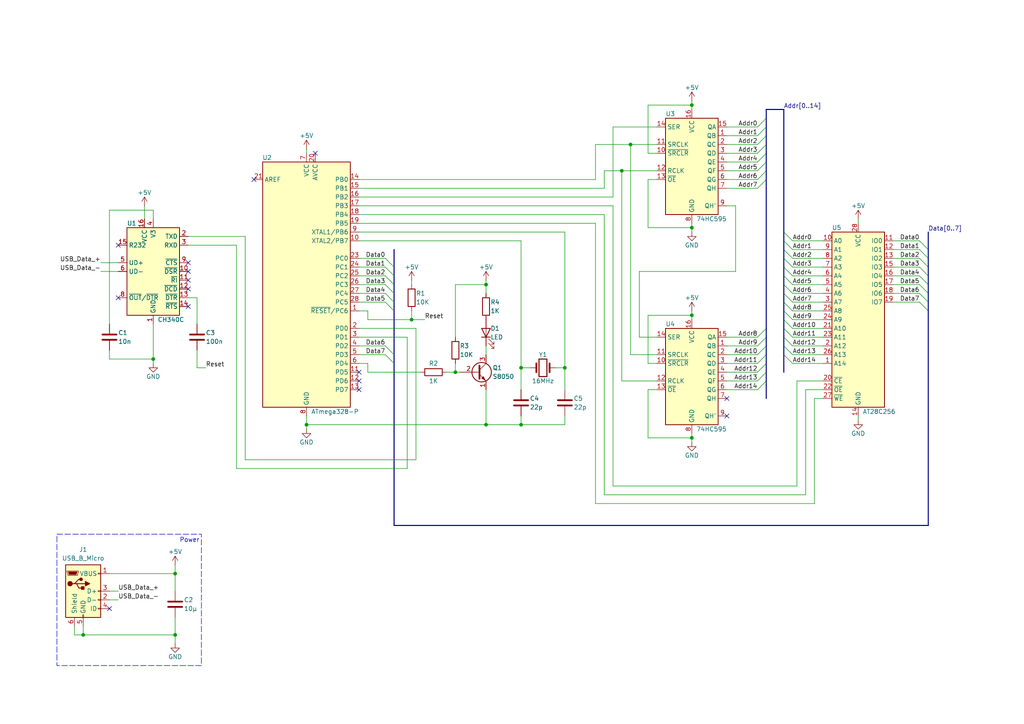
<source format=kicad_sch>
(kicad_sch (version 20231120) (generator "eeschema") (generator_version "8.0")
  (paper "A4")
  (title_block (title "AT28C_Programmer") (date "2024-03-10") (rev "1") (comment 1 "Creator: Matan Brightbert"))
  (lib_symbols
    (symbol "74xx:74HC595"
      (property "Reference" "U" (at -7.62 13.97 0))
      (property "Value" "74HC595" (at -7.62 -16.51 0))
      (symbol "74HC595_1_0"
        (pin tri_state line (at 10.16 7.62 180) (length 2.54) (name "QB") (number "1"))
        (pin input line (at -10.16 2.54 0) (length 2.54) (name "~{SRCLR}") (number "10"))
        (pin input line (at -10.16 5.08 0) (length 2.54) (name "SRCLK") (number "11"))
        (pin input line (at -10.16 -2.54 0) (length 2.54) (name "RCLK") (number "12"))
        (pin input line (at -10.16 -5.08 0) (length 2.54) (name "~{OE}") (number "13"))
        (pin input line (at -10.16 10.16 0) (length 2.54) (name "SER") (number "14"))
        (pin tri_state line (at 10.16 10.16 180) (length 2.54) (name "QA") (number "15"))
        (pin power_in line (at 0 15.24 270) (length 2.54) (name "VCC") (number "16"))
        (pin tri_state line (at 10.16 5.08 180) (length 2.54) (name "QC") (number "2"))
        (pin tri_state line (at 10.16 2.54 180) (length 2.54) (name "QD") (number "3"))
        (pin tri_state line (at 10.16 0 180) (length 2.54) (name "QE") (number "4"))
        (pin tri_state line (at 10.16 -2.54 180) (length 2.54) (name "QF") (number "5"))
        (pin tri_state line (at 10.16 -5.08 180) (length 2.54) (name "QG") (number "6"))
        (pin tri_state line (at 10.16 -7.62 180) (length 2.54) (name "QH") (number "7"))
        (pin power_in line (at 0 -17.78 90) (length 2.54) (name "GND") (number "8"))
        (pin output line (at 10.16 -12.7 180) (length 2.54) (name "QH'") (number "9"))
      )
      (symbol "74HC595_1_1"
        (rectangle (start -7.62 12.7) (end 7.62 -15.24) (stroke (width 0.254)) (fill (type background)))
      )
    )
    (symbol "Connector:USB_B_Micro" (pin_names (offset 1.016))
      (property "Reference" "J" (at -5.08 11.43 0))
      (property "Value" "USB_B_Micro" (at -5.08 8.89 0))
      (symbol "USB_B_Micro_0_1"
        (rectangle (start -5.08 -7.62) (end 5.08 7.62) (stroke (width 0.254)) (fill (type background)))
        (circle (center -3.81 2.159) (radius 0.635) (stroke (width 0.254)) (fill (type outline)))
        (circle (center -0.635 3.429) (radius 0.381) (stroke (width 0.254)) (fill (type outline)))
        (rectangle (start -0.127 -7.62) (end 0.127 -6.858))
        (polyline (pts (xy -1.905 2.159) (xy 0.635 2.159)) (stroke (width 0.254)))
        (polyline (pts (xy -3.175 2.159) (xy -2.54 2.159) (xy -1.27 3.429) (xy -0.635 3.429)) (stroke (width 0.254)))
        (polyline (pts (xy -2.54 2.159) (xy -1.905 2.159) (xy -1.27 0.889) (xy 0 0.889)) (stroke (width 0.254)))
        (polyline (pts (xy 0.635 2.794) (xy 0.635 1.524) (xy 1.905 2.159) (xy 0.635 2.794)) (stroke (width 0.254)) (fill (type outline)))
        (polyline (pts (xy -4.318 5.588) (xy -1.778 5.588) (xy -2.032 4.826) (xy -4.064 4.826) (xy -4.318 5.588)) (fill (type outline)))
        (polyline (pts (xy -4.699 5.842) (xy -4.699 5.588) (xy -4.445 4.826) (xy -4.445 4.572) (xy -1.651 4.572) (xy -1.651 4.826) (xy -1.397 5.588) (xy -1.397 5.842) (xy -4.699 5.842)))
        (rectangle (start 0.254 1.27) (end -0.508 0.508) (stroke (width 0.254)) (fill (type outline)))
        (rectangle (start 5.08 -5.207) (end 4.318 -4.953))
        (rectangle (start 5.08 -2.667) (end 4.318 -2.413))
        (rectangle (start 5.08 -0.127) (end 4.318 0.127))
        (rectangle (start 5.08 4.953) (end 4.318 5.207))
      )
      (symbol "USB_B_Micro_1_1"
        (pin power_out line (at 7.62 5.08 180) (length 2.54) (name "VBUS") (number "1"))
        (pin bidirectional line (at 7.62 -2.54 180) (length 2.54) (name "D-") (number "2"))
        (pin bidirectional line (at 7.62 0 180) (length 2.54) (name "D+") (number "3"))
        (pin passive line (at 7.62 -5.08 180) (length 2.54) (name "ID") (number "4"))
        (pin power_out line (at 0 -10.16 90) (length 2.54) (name "GND") (number "5"))
        (pin passive line (at -2.54 -10.16 90) (length 2.54) (name "Shield") (number "6"))
      )
    )
    (symbol "Custom:AT28C256"
      (property "Reference" "U" (at -7.62 26.67 0))
      (property "Value" "AT28C256" (at 1.27 -26.67 0))
      (symbol "AT28C256_0_1"
        (rectangle (start -7.62 25.4) (end 7.62 -25.4) (stroke (width 0.254)) (fill (type background)))
      )
      (symbol "AT28C256_1_1"
        (pin input line (at -10.16 -12.7 0) (length 2.54) (name "A14") (number "1"))
        (pin input line (at -10.16 22.86 0) (length 2.54) (name "A0") (number "10"))
        (pin bidirectional line (at 10.16 22.86 180) (length 2.54) (name "IO0") (number "11"))
        (pin bidirectional line (at 10.16 20.32 180) (length 2.54) (name "IO1") (number "12"))
        (pin bidirectional line (at 10.16 17.78 180) (length 2.54) (name "IO2") (number "13"))
        (pin power_in line (at 0 -27.94 90) (length 2.54) (name "GND") (number "14"))
        (pin bidirectional line (at 10.16 15.24 180) (length 2.54) (name "IO3") (number "15"))
        (pin bidirectional line (at 10.16 12.7 180) (length 2.54) (name "IO4") (number "16"))
        (pin bidirectional line (at 10.16 10.16 180) (length 2.54) (name "IO5") (number "17"))
        (pin bidirectional line (at 10.16 7.62 180) (length 2.54) (name "IO6") (number "18"))
        (pin bidirectional line (at 10.16 5.08 180) (length 2.54) (name "IO7") (number "19"))
        (pin input line (at -10.16 -7.62 0) (length 2.54) (name "A12") (number "2"))
        (pin input line (at -10.16 -17.78 0) (length 2.54) (name "~{CE}") (number "20"))
        (pin input line (at -10.16 -2.54 0) (length 2.54) (name "A10") (number "21"))
        (pin input line (at -10.16 -20.32 0) (length 2.54) (name "~{OE}") (number "22"))
        (pin input line (at -10.16 -5.08 0) (length 2.54) (name "A11") (number "23"))
        (pin input line (at -10.16 0 0) (length 2.54) (name "A9") (number "24"))
        (pin input line (at -10.16 2.54 0) (length 2.54) (name "A8") (number "25"))
        (pin input line (at -10.16 -10.16 0) (length 2.54) (name "A13") (number "26"))
        (pin input line (at -10.16 -22.86 0) (length 2.54) (name "~{WE}") (number "27"))
        (pin power_in line (at 0 27.94 270) (length 2.54) (name "VCC") (number "28"))
        (pin input line (at -10.16 5.08 0) (length 2.54) (name "A7") (number "3"))
        (pin input line (at -10.16 7.62 0) (length 2.54) (name "A6") (number "4"))
        (pin input line (at -10.16 10.16 0) (length 2.54) (name "A5") (number "5"))
        (pin input line (at -10.16 12.7 0) (length 2.54) (name "A4") (number "6"))
        (pin input line (at -10.16 15.24 0) (length 2.54) (name "A3") (number "7"))
        (pin input line (at -10.16 17.78 0) (length 2.54) (name "A2") (number "8"))
        (pin input line (at -10.16 20.32 0) (length 2.54) (name "A1") (number "9"))
      )
    )
    (symbol "Device:C" (pin_numbers hide) (pin_names (offset 0.254))
      (property "Reference" "C" (at 0.635 2.54 0))
      (property "Value" "C" (at 0.635 -2.54 0))
      (symbol "C_0_1"
        (polyline (pts (xy -2.032 -0.762) (xy 2.032 -0.762)) (stroke (width 0.508)))
        (polyline (pts (xy -2.032 0.762) (xy 2.032 0.762)) (stroke (width 0.508)))
      )
      (symbol "C_1_1"
        (pin passive line (at 0 3.81 270) (length 2.794) (name "~") (number "1"))
        (pin passive line (at 0 -3.81 90) (length 2.794) (name "~") (number "2"))
      )
    )
    (symbol "Device:Crystal" (pin_numbers hide) (pin_names (offset 1.016) hide)
      (property "Reference" "Y" (at 0 3.81 0))
      (property "Value" "Crystal" (at 0 -3.81 0))
      (symbol "Crystal_0_1"
        (rectangle (start -1.143 2.54) (end 1.143 -2.54) (stroke (width 0.3048)))
        (polyline (pts (xy -2.54 0) (xy -1.905 0)))
        (polyline (pts (xy -1.905 -1.27) (xy -1.905 1.27)) (stroke (width 0.508)))
        (polyline (pts (xy 1.905 -1.27) (xy 1.905 1.27)) (stroke (width 0.508)))
        (polyline (pts (xy 2.54 0) (xy 1.905 0)))
      )
      (symbol "Crystal_1_1"
        (pin passive line (at -3.81 0 0) (length 1.27) (name "1") (number "1"))
        (pin passive line (at 3.81 0 180) (length 1.27) (name "2") (number "2"))
      )
    )
    (symbol "Device:LED" (pin_numbers hide) (pin_names (offset 1.016) hide)
      (property "Reference" "D" (at 0 2.54 0))
      (property "Value" "LED" (at 0 -2.54 0))
      (symbol "LED_0_1"
        (polyline (pts (xy -1.27 -1.27) (xy -1.27 1.27)) (stroke (width 0.254)))
        (polyline (pts (xy -1.27 0) (xy 1.27 0)))
        (polyline (pts (xy 1.27 -1.27) (xy 1.27 1.27) (xy -1.27 0) (xy 1.27 -1.27)) (stroke (width 0.254)))
        (polyline (pts (xy -3.048 -0.762) (xy -4.572 -2.286) (xy -3.81 -2.286) (xy -4.572 -2.286) (xy -4.572 -1.524)))
        (polyline (pts (xy -1.778 -0.762) (xy -3.302 -2.286) (xy -2.54 -2.286) (xy -3.302 -2.286) (xy -3.302 -1.524)))
      )
      (symbol "LED_1_1"
        (pin passive line (at -3.81 0 0) (length 2.54) (name "K") (number "1"))
        (pin passive line (at 3.81 0 180) (length 2.54) (name "A") (number "2"))
      )
    )
    (symbol "Device:R" (pin_numbers hide) (pin_names (offset 0))
      (property "Reference" "R" (at 2.032 0 90))
      (property "Value" "R" (at 0 0 90))
      (symbol "R_0_1"
        (rectangle (start -1.016 -2.54) (end 1.016 2.54) (stroke (width 0.254)))
      )
      (symbol "R_1_1"
        (pin passive line (at 0 3.81 270) (length 1.27) (name "~") (number "1"))
        (pin passive line (at 0 -3.81 90) (length 1.27) (name "~") (number "2"))
      )
    )
    (symbol "Interface_USB:CH340C"
      (property "Reference" "U" (at -5.08 13.97 0))
      (property "Value" "CH340C" (at 1.27 13.97 0))
      (symbol "CH340C_0_1"
        (rectangle (start -7.62 12.7) (end 7.62 -12.7) (stroke (width 0.254)) (fill (type background)))
      )
      (symbol "CH340C_1_1"
        (pin power_in line (at 0 -15.24 90) (length 2.54) (name "GND") (number "1"))
        (pin input line (at 10.16 0 180) (length 2.54) (name "~{DSR}") (number "10"))
        (pin input line (at 10.16 -2.54 180) (length 2.54) (name "~{RI}") (number "11"))
        (pin input line (at 10.16 -5.08 180) (length 2.54) (name "~{DCD}") (number "12"))
        (pin output line (at 10.16 -7.62 180) (length 2.54) (name "~{DTR}") (number "13"))
        (pin output line (at 10.16 -10.16 180) (length 2.54) (name "~{RTS}") (number "14"))
        (pin input line (at -10.16 7.62 0) (length 2.54) (name "R232") (number "15"))
        (pin power_in line (at -2.54 15.24 270) (length 2.54) (name "VCC") (number "16"))
        (pin output line (at 10.16 10.16 180) (length 2.54) (name "TXD") (number "2"))
        (pin input line (at 10.16 7.62 180) (length 2.54) (name "RXD") (number "3"))
        (pin power_out line (at 0 15.24 270) (length 2.54) (name "V3") (number "4"))
        (pin bidirectional line (at -10.16 2.54 0) (length 2.54) (name "UD+") (number "5"))
        (pin bidirectional line (at -10.16 0 0) (length 2.54) (name "UD-") (number "6"))
        (pin no_connect line (at -7.62 -5.08 0) (length 2.54) hide (name "NC") (number "7"))
        (pin output line (at -10.16 -7.62 0) (length 2.54) (name "~{OUT}/~{DTR}") (number "8"))
        (pin input line (at 10.16 2.54 180) (length 2.54) (name "~{CTS}") (number "9"))
      )
    )
    (symbol "MCU_Microchip_ATmega:ATmega328-P"
      (property "Reference" "U" (at -12.7 36.83 0))
      (property "Value" "ATmega328-P" (at 2.54 -36.83 0))
      (symbol "ATmega328-P_0_1"
        (rectangle (start -12.7 -35.56) (end 12.7 35.56) (stroke (width 0.254)) (fill (type background)))
      )
      (symbol "ATmega328-P_1_1"
        (pin bidirectional line (at 15.24 -7.62 180) (length 2.54) (name "~{RESET}/PC6") (number "1"))
        (pin bidirectional line (at 15.24 12.7 180) (length 2.54) (name "XTAL2/PB7") (number "10"))
        (pin bidirectional line (at 15.24 -25.4 180) (length 2.54) (name "PD5") (number "11"))
        (pin bidirectional line (at 15.24 -27.94 180) (length 2.54) (name "PD6") (number "12"))
        (pin bidirectional line (at 15.24 -30.48 180) (length 2.54) (name "PD7") (number "13"))
        (pin bidirectional line (at 15.24 30.48 180) (length 2.54) (name "PB0") (number "14"))
        (pin bidirectional line (at 15.24 27.94 180) (length 2.54) (name "PB1") (number "15"))
        (pin bidirectional line (at 15.24 25.4 180) (length 2.54) (name "PB2") (number "16"))
        (pin bidirectional line (at 15.24 22.86 180) (length 2.54) (name "PB3") (number "17"))
        (pin bidirectional line (at 15.24 20.32 180) (length 2.54) (name "PB4") (number "18"))
        (pin bidirectional line (at 15.24 17.78 180) (length 2.54) (name "PB5") (number "19"))
        (pin bidirectional line (at 15.24 -12.7 180) (length 2.54) (name "PD0") (number "2"))
        (pin power_in line (at 2.54 38.1 270) (length 2.54) (name "AVCC") (number "20"))
        (pin passive line (at -15.24 30.48 0) (length 2.54) (name "AREF") (number "21"))
        (pin passive line (at 0 -38.1 90) (length 2.54) hide (name "GND") (number "22"))
        (pin bidirectional line (at 15.24 7.62 180) (length 2.54) (name "PC0") (number "23"))
        (pin bidirectional line (at 15.24 5.08 180) (length 2.54) (name "PC1") (number "24"))
        (pin bidirectional line (at 15.24 2.54 180) (length 2.54) (name "PC2") (number "25"))
        (pin bidirectional line (at 15.24 0 180) (length 2.54) (name "PC3") (number "26"))
        (pin bidirectional line (at 15.24 -2.54 180) (length 2.54) (name "PC4") (number "27"))
        (pin bidirectional line (at 15.24 -5.08 180) (length 2.54) (name "PC5") (number "28"))
        (pin bidirectional line (at 15.24 -15.24 180) (length 2.54) (name "PD1") (number "3"))
        (pin bidirectional line (at 15.24 -17.78 180) (length 2.54) (name "PD2") (number "4"))
        (pin bidirectional line (at 15.24 -20.32 180) (length 2.54) (name "PD3") (number "5"))
        (pin bidirectional line (at 15.24 -22.86 180) (length 2.54) (name "PD4") (number "6"))
        (pin power_in line (at 0 38.1 270) (length 2.54) (name "VCC") (number "7"))
        (pin power_in line (at 0 -38.1 90) (length 2.54) (name "GND") (number "8"))
        (pin bidirectional line (at 15.24 15.24 180) (length 2.54) (name "XTAL1/PB6") (number "9"))
      )
    )
    (symbol "Transistor_BJT:S8050" (pin_names (offset 0) hide)
      (property "Reference" "Q" (at 5.08 1.905 0))
      (property "Value" "S8050" (at 5.08 0 0))
      (symbol "S8050_0_1"
        (polyline (pts (xy 0 0) (xy 0.635 0)))
        (polyline (pts (xy 0.635 0.635) (xy 2.54 2.54)))
        (polyline (pts (xy 0.635 -0.635) (xy 2.54 -2.54) (xy 2.54 -2.54)))
        (polyline (pts (xy 0.635 1.905) (xy 0.635 -1.905) (xy 0.635 -1.905)) (stroke (width 0.508)))
        (polyline (pts (xy 1.27 -1.778) (xy 1.778 -1.27) (xy 2.286 -2.286) (xy 1.27 -1.778) (xy 1.27 -1.778)) (fill (type outline)))
        (circle (center 1.27 0) (radius 2.8194) (stroke (width 0.254)))
      )
      (symbol "S8050_1_1"
        (pin passive line (at 2.54 -5.08 90) (length 2.54) (name "E") (number "1"))
        (pin input line (at -5.08 0 0) (length 5.08) (name "B") (number "2"))
        (pin passive line (at 2.54 5.08 270) (length 2.54) (name "C") (number "3"))
      )
    )
    (symbol "power:+5V" (power) (pin_numbers hide) (pin_names (offset 0) hide)
      (property "Value" "+5V" (at 0 3.556 0))
      (symbol "+5V_0_1"
        (polyline (pts (xy -0.762 1.27) (xy 0 2.54)))
        (polyline (pts (xy 0 0) (xy 0 2.54)))
        (polyline (pts (xy 0 2.54) (xy 0.762 1.27)))
      )
      (symbol "+5V_1_1"
        (pin power_in line (at 0 0 90) (length 0) (name "~") (number "1"))
      )
    )
    (symbol "power:GND" (power) (pin_numbers hide) (pin_names (offset 0) hide)
      (property "Value" "GND" (at 0 -3.81 0))
      (symbol "GND_0_1"
        (polyline (pts (xy 0 0) (xy 0 -1.27) (xy 1.27 -1.27) (xy 0 -2.54) (xy -1.27 -1.27) (xy 0 -1.27)))
      )
      (symbol "GND_1_1"
        (pin power_in line (at 0 0 270) (length 0) (name "~") (number "1"))
      )
    )
  )
  (junction (at 151.13 123.19))
  (junction (at 44.45 104.14))
  (junction (at 140.97 82.55))
  (junction (at 151.13 106.68))
  (junction (at 200.66 91.44))
  (junction (at 200.66 127))
  (junction (at 50.8 166.37))
  (junction (at 119.38 92.71))
  (junction (at 180.34 49.53))
  (junction (at 24.13 184.15))
  (junction (at 50.8 184.15))
  (junction (at 140.97 123.19))
  (junction (at 132.08 107.95))
  (junction (at 182.88 41.91))
  (junction (at 200.66 30.48))
  (junction (at 200.66 66.04))
  (junction (at 88.9 123.19))
  (junction (at 163.83 106.68))
  (no_connect (at 104.14 113.03))
  (no_connect (at 73.66 52.07))
  (no_connect (at 210.82 120.65))
  (no_connect (at 54.61 88.9))
  (no_connect (at 54.61 83.82))
  (no_connect (at 34.29 86.36))
  (no_connect (at 210.82 115.57))
  (no_connect (at 31.75 176.53))
  (no_connect (at 34.29 71.12))
  (no_connect (at 104.14 110.49))
  (no_connect (at 104.14 107.95))
  (no_connect (at 54.61 76.2))
  (no_connect (at 91.44 44.45))
  (no_connect (at 54.61 78.74))
  (no_connect (at 54.61 81.28))
  (bus_entry (at 266.7 82.55) (size 2.54 2.54))
  (bus_entry (at 219.71 44.45) (size 2.54 -2.54))
  (bus_entry (at 219.71 52.07) (size 2.54 -2.54))
  (bus_entry (at 219.71 39.37) (size 2.54 -2.54))
  (bus_entry (at 266.7 85.09) (size 2.54 2.54))
  (bus_entry (at 229.87 90.17) (size -2.54 -2.54))
  (bus_entry (at 111.76 85.09) (size 2.54 2.54))
  (bus_entry (at 219.71 54.61) (size 2.54 -2.54))
  (bus_entry (at 229.87 97.79) (size -2.54 -2.54))
  (bus_entry (at 229.87 95.25) (size -2.54 -2.54))
  (bus_entry (at 219.71 105.41) (size 2.54 -2.54))
  (bus_entry (at 229.87 77.47) (size -2.54 -2.54))
  (bus_entry (at 219.71 107.95) (size 2.54 -2.54))
  (bus_entry (at 219.71 41.91) (size 2.54 -2.54))
  (bus_entry (at 229.87 74.93) (size -2.54 -2.54))
  (bus_entry (at 219.71 102.87) (size 2.54 -2.54))
  (bus_entry (at 229.87 82.55) (size -2.54 -2.54))
  (bus_entry (at 266.7 87.63) (size 2.54 2.54))
  (bus_entry (at 229.87 85.09) (size -2.54 -2.54))
  (bus_entry (at 219.71 46.99) (size 2.54 -2.54))
  (bus_entry (at 111.76 100.33) (size 2.54 2.54))
  (bus_entry (at 266.7 72.39) (size 2.54 2.54))
  (bus_entry (at 266.7 69.85) (size 2.54 2.54))
  (bus_entry (at 219.71 110.49) (size 2.54 -2.54))
  (bus_entry (at 229.87 100.33) (size -2.54 -2.54))
  (bus_entry (at 219.71 113.03) (size 2.54 -2.54))
  (bus_entry (at 266.7 74.93) (size 2.54 2.54))
  (bus_entry (at 111.76 102.87) (size 2.54 2.54))
  (bus_entry (at 229.87 72.39) (size -2.54 -2.54))
  (bus_entry (at 219.71 36.83) (size 2.54 -2.54))
  (bus_entry (at 111.76 87.63) (size 2.54 2.54))
  (bus_entry (at 111.76 74.93) (size 2.54 2.54))
  (bus_entry (at 111.76 80.01) (size 2.54 2.54))
  (bus_entry (at 229.87 69.85) (size -2.54 -2.54))
  (bus_entry (at 229.87 92.71) (size -2.54 -2.54))
  (bus_entry (at 229.87 105.41) (size -2.54 -2.54))
  (bus_entry (at 266.7 77.47) (size 2.54 2.54))
  (bus_entry (at 229.87 102.87) (size -2.54 -2.54))
  (bus_entry (at 219.71 49.53) (size 2.54 -2.54))
  (bus_entry (at 229.87 87.63) (size -2.54 -2.54))
  (bus_entry (at 219.71 97.79) (size 2.54 -2.54))
  (bus_entry (at 111.76 77.47) (size 2.54 2.54))
  (bus_entry (at 219.71 100.33) (size 2.54 -2.54))
  (bus_entry (at 266.7 80.01) (size 2.54 2.54))
  (bus_entry (at 111.76 82.55) (size 2.54 2.54))
  (bus_entry (at 229.87 80.01) (size -2.54 -2.54))
  (wire (pts (xy 31.75 166.37) (xy 50.8 166.37)))
  (bus (pts (xy 227.33 92.71) (xy 227.33 95.25)))
  (wire (pts (xy 132.08 97.79) (xy 132.08 82.55)))
  (bus (pts (xy 222.25 34.29) (xy 222.25 31.75)))
  (bus (pts (xy 269.24 72.39) (xy 269.24 74.93)))
  (wire (pts (xy 104.14 77.47) (xy 111.76 77.47)))
  (wire (pts (xy 238.76 69.85) (xy 229.87 69.85)))
  (wire (pts (xy 118.11 97.79) (xy 104.14 97.79)))
  (wire (pts (xy 54.61 68.58) (xy 71.12 68.58)))
  (wire (pts (xy 21.59 184.15) (xy 24.13 184.15)))
  (wire (pts (xy 200.66 127) (xy 200.66 125.73)))
  (wire (pts (xy 104.14 100.33) (xy 111.76 100.33)))
  (wire (pts (xy 233.68 143.51) (xy 175.26 143.51)))
  (wire (pts (xy 140.97 85.09) (xy 140.97 82.55)))
  (bus (pts (xy 222.25 31.75) (xy 227.33 31.75)))
  (bus (pts (xy 227.33 102.87) (xy 227.33 107.95)))
  (wire (pts (xy 44.45 93.98) (xy 44.45 104.14)))
  (wire (pts (xy 104.14 57.15) (xy 177.8 57.15)))
  (wire (pts (xy 88.9 124.46) (xy 88.9 123.19)))
  (wire (pts (xy 50.8 179.07) (xy 50.8 184.15)))
  (wire (pts (xy 172.72 146.05) (xy 236.22 146.05)))
  (wire (pts (xy 119.38 90.17) (xy 119.38 92.71)))
  (wire (pts (xy 187.96 113.03) (xy 187.96 127)))
  (wire (pts (xy 172.72 41.91) (xy 172.72 52.07)))
  (wire (pts (xy 50.8 184.15) (xy 50.8 186.69)))
  (bus (pts (xy 269.24 74.93) (xy 269.24 77.47)))
  (wire (pts (xy 44.45 105.41) (xy 44.45 104.14)))
  (wire (pts (xy 248.92 63.5) (xy 248.92 64.77)))
  (bus (pts (xy 222.25 95.25) (xy 222.25 52.07)))
  (wire (pts (xy 200.66 91.44) (xy 200.66 92.71)))
  (wire (pts (xy 259.08 85.09) (xy 266.7 85.09)))
  (wire (pts (xy 210.82 110.49) (xy 219.71 110.49)))
  (wire (pts (xy 238.76 113.03) (xy 233.68 113.03)))
  (wire (pts (xy 71.12 68.58) (xy 71.12 133.35)))
  (wire (pts (xy 68.58 135.89) (xy 118.11 135.89)))
  (wire (pts (xy 231.14 110.49) (xy 238.76 110.49)))
  (wire (pts (xy 180.34 110.49) (xy 190.5 110.49)))
  (wire (pts (xy 190.5 97.79) (xy 185.42 97.79)))
  (wire (pts (xy 200.66 90.17) (xy 200.66 91.44)))
  (wire (pts (xy 200.66 30.48) (xy 200.66 31.75)))
  (wire (pts (xy 104.14 59.69) (xy 177.8 59.69)))
  (wire (pts (xy 210.82 107.95) (xy 219.71 107.95)))
  (wire (pts (xy 104.14 67.31) (xy 163.83 67.31)))
  (wire (pts (xy 213.36 59.69) (xy 210.82 59.69)))
  (wire (pts (xy 140.97 113.03) (xy 140.97 123.19)))
  (wire (pts (xy 151.13 120.65) (xy 151.13 123.19)))
  (bus (pts (xy 227.33 67.31) (xy 227.33 69.85)))
  (wire (pts (xy 106.68 105.41) (xy 106.68 107.95)))
  (wire (pts (xy 210.82 102.87) (xy 219.71 102.87)))
  (wire (pts (xy 120.65 95.25) (xy 104.14 95.25)))
  (wire (pts (xy 238.76 82.55) (xy 229.87 82.55)))
  (wire (pts (xy 210.82 54.61) (xy 219.71 54.61)))
  (wire (pts (xy 31.75 60.96) (xy 44.45 60.96)))
  (wire (pts (xy 31.75 60.96) (xy 31.75 93.98)))
  (wire (pts (xy 238.76 105.41) (xy 229.87 105.41)))
  (wire (pts (xy 259.08 74.93) (xy 266.7 74.93)))
  (wire (pts (xy 210.82 105.41) (xy 219.71 105.41)))
  (bus (pts (xy 222.25 102.87) (xy 222.25 100.33)))
  (wire (pts (xy 200.66 66.04) (xy 200.66 67.31)))
  (wire (pts (xy 132.08 82.55) (xy 140.97 82.55)))
  (bus (pts (xy 114.3 152.4) (xy 269.24 152.4)))
  (wire (pts (xy 238.76 92.71) (xy 229.87 92.71)))
  (wire (pts (xy 140.97 81.28) (xy 140.97 82.55)))
  (wire (pts (xy 180.34 49.53) (xy 180.34 110.49)))
  (wire (pts (xy 57.15 101.6) (xy 57.15 106.68)))
  (wire (pts (xy 190.5 44.45) (xy 187.96 44.45)))
  (bus (pts (xy 227.33 90.17) (xy 227.33 92.71)))
  (wire (pts (xy 104.14 87.63) (xy 111.76 87.63)))
  (bus (pts (xy 222.25 46.99) (xy 222.25 44.45)))
  (bus (pts (xy 227.33 31.75) (xy 227.33 67.31)))
  (wire (pts (xy 172.72 64.77) (xy 172.72 146.05)))
  (wire (pts (xy 177.8 36.83) (xy 190.5 36.83)))
  (wire (pts (xy 210.82 46.99) (xy 219.71 46.99)))
  (bus (pts (xy 222.25 36.83) (xy 222.25 34.29)))
  (wire (pts (xy 104.14 102.87) (xy 111.76 102.87)))
  (bus (pts (xy 222.25 49.53) (xy 222.25 46.99)))
  (wire (pts (xy 129.54 107.95) (xy 132.08 107.95)))
  (wire (pts (xy 44.45 60.96) (xy 44.45 63.5)))
  (wire (pts (xy 163.83 106.68) (xy 163.83 113.03)))
  (wire (pts (xy 233.68 113.03) (xy 233.68 143.51)))
  (wire (pts (xy 161.29 106.68) (xy 163.83 106.68)))
  (wire (pts (xy 259.08 77.47) (xy 266.7 77.47)))
  (wire (pts (xy 231.14 140.97) (xy 231.14 110.49)))
  (wire (pts (xy 88.9 43.18) (xy 88.9 44.45)))
  (wire (pts (xy 238.76 72.39) (xy 229.87 72.39)))
  (wire (pts (xy 68.58 71.12) (xy 68.58 135.89)))
  (wire (pts (xy 210.82 52.07) (xy 219.71 52.07)))
  (wire (pts (xy 190.5 113.03) (xy 187.96 113.03)))
  (wire (pts (xy 238.76 102.87) (xy 229.87 102.87)))
  (wire (pts (xy 119.38 92.71) (xy 123.19 92.71)))
  (wire (pts (xy 238.76 95.25) (xy 229.87 95.25)))
  (bus (pts (xy 269.24 80.01) (xy 269.24 82.55)))
  (wire (pts (xy 185.42 78.74) (xy 213.36 78.74)))
  (wire (pts (xy 50.8 166.37) (xy 50.8 163.83)))
  (wire (pts (xy 238.76 74.93) (xy 229.87 74.93)))
  (wire (pts (xy 151.13 123.19) (xy 163.83 123.19)))
  (wire (pts (xy 104.14 54.61) (xy 175.26 54.61)))
  (wire (pts (xy 120.65 133.35) (xy 120.65 95.25)))
  (wire (pts (xy 54.61 71.12) (xy 68.58 71.12)))
  (wire (pts (xy 163.83 120.65) (xy 163.83 123.19)))
  (wire (pts (xy 175.26 49.53) (xy 180.34 49.53)))
  (wire (pts (xy 57.15 86.36) (xy 57.15 93.98)))
  (wire (pts (xy 140.97 100.33) (xy 140.97 102.87)))
  (wire (pts (xy 182.88 102.87) (xy 190.5 102.87)))
  (bus (pts (xy 227.33 69.85) (xy 227.33 72.39)))
  (wire (pts (xy 210.82 44.45) (xy 219.71 44.45)))
  (bus (pts (xy 222.25 41.91) (xy 222.25 39.37)))
  (bus (pts (xy 227.33 95.25) (xy 227.33 97.79)))
  (wire (pts (xy 104.14 85.09) (xy 111.76 85.09)))
  (wire (pts (xy 175.26 49.53) (xy 175.26 54.61)))
  (wire (pts (xy 106.68 92.71) (xy 119.38 92.71)))
  (wire (pts (xy 151.13 106.68) (xy 151.13 113.03)))
  (wire (pts (xy 104.14 105.41) (xy 106.68 105.41)))
  (wire (pts (xy 132.08 107.95) (xy 133.35 107.95)))
  (wire (pts (xy 88.9 123.19) (xy 140.97 123.19)))
  (wire (pts (xy 104.14 74.93) (xy 111.76 74.93)))
  (wire (pts (xy 238.76 87.63) (xy 229.87 87.63)))
  (wire (pts (xy 200.66 127) (xy 200.66 128.27)))
  (wire (pts (xy 187.96 52.07) (xy 187.96 66.04)))
  (bus (pts (xy 114.3 90.17) (xy 114.3 102.87)))
  (bus (pts (xy 269.24 82.55) (xy 269.24 85.09)))
  (wire (pts (xy 104.14 69.85) (xy 151.13 69.85)))
  (bus (pts (xy 227.33 82.55) (xy 227.33 85.09)))
  (bus (pts (xy 269.24 152.4) (xy 269.24 90.17)))
  (bus (pts (xy 114.3 72.39) (xy 114.3 77.47)))
  (bus (pts (xy 114.3 102.87) (xy 114.3 105.41)))
  (wire (pts (xy 190.5 105.41) (xy 187.96 105.41)))
  (bus (pts (xy 227.33 87.63) (xy 227.33 90.17)))
  (wire (pts (xy 34.29 173.99) (xy 31.75 173.99)))
  (wire (pts (xy 177.8 140.97) (xy 231.14 140.97)))
  (wire (pts (xy 24.13 184.15) (xy 50.8 184.15)))
  (bus (pts (xy 222.25 100.33) (xy 222.25 97.79)))
  (wire (pts (xy 213.36 78.74) (xy 213.36 59.69)))
  (wire (pts (xy 190.5 49.53) (xy 180.34 49.53)))
  (wire (pts (xy 106.68 90.17) (xy 106.68 92.71)))
  (bus (pts (xy 114.3 87.63) (xy 114.3 90.17)))
  (wire (pts (xy 187.96 44.45) (xy 187.96 30.48)))
  (wire (pts (xy 187.96 30.48) (xy 200.66 30.48)))
  (wire (pts (xy 177.8 57.15) (xy 177.8 36.83)))
  (wire (pts (xy 200.66 66.04) (xy 200.66 64.77)))
  (wire (pts (xy 182.88 41.91) (xy 182.88 102.87)))
  (wire (pts (xy 259.08 82.55) (xy 266.7 82.55)))
  (bus (pts (xy 222.25 39.37) (xy 222.25 36.83)))
  (wire (pts (xy 259.08 80.01) (xy 266.7 80.01)))
  (wire (pts (xy 210.82 41.91) (xy 219.71 41.91)))
  (wire (pts (xy 31.75 101.6) (xy 31.75 104.14)))
  (wire (pts (xy 104.14 62.23) (xy 175.26 62.23)))
  (wire (pts (xy 190.5 52.07) (xy 187.96 52.07)))
  (wire (pts (xy 88.9 123.19) (xy 88.9 120.65)))
  (wire (pts (xy 104.14 80.01) (xy 111.76 80.01)))
  (bus (pts (xy 227.33 80.01) (xy 227.33 82.55)))
  (bus (pts (xy 269.24 77.47) (xy 269.24 80.01)))
  (wire (pts (xy 185.42 97.79) (xy 185.42 78.74)))
  (wire (pts (xy 200.66 29.21) (xy 200.66 30.48)))
  (bus (pts (xy 269.24 85.09) (xy 269.24 87.63)))
  (bus (pts (xy 269.24 67.31) (xy 269.24 72.39)))
  (wire (pts (xy 187.96 91.44) (xy 200.66 91.44)))
  (wire (pts (xy 41.91 59.69) (xy 41.91 63.5)))
  (wire (pts (xy 34.29 171.45) (xy 31.75 171.45)))
  (wire (pts (xy 21.59 181.61) (xy 21.59 184.15)))
  (wire (pts (xy 54.61 86.36) (xy 57.15 86.36)))
  (wire (pts (xy 238.76 90.17) (xy 229.87 90.17)))
  (wire (pts (xy 119.38 81.28) (xy 119.38 82.55)))
  (wire (pts (xy 210.82 113.03) (xy 219.71 113.03)))
  (wire (pts (xy 132.08 105.41) (xy 132.08 107.95)))
  (wire (pts (xy 187.96 105.41) (xy 187.96 91.44)))
  (wire (pts (xy 50.8 166.37) (xy 50.8 171.45)))
  (wire (pts (xy 238.76 80.01) (xy 229.87 80.01)))
  (wire (pts (xy 104.14 52.07) (xy 172.72 52.07)))
  (bus (pts (xy 222.25 97.79) (xy 222.25 95.25)))
  (wire (pts (xy 140.97 123.19) (xy 151.13 123.19)))
  (wire (pts (xy 210.82 97.79) (xy 219.71 97.79)))
  (wire (pts (xy 151.13 106.68) (xy 153.67 106.68)))
  (wire (pts (xy 104.14 64.77) (xy 172.72 64.77)))
  (bus (pts (xy 222.25 107.95) (xy 222.25 105.41)))
  (bus (pts (xy 114.3 85.09) (xy 114.3 87.63)))
  (bus (pts (xy 222.25 110.49) (xy 222.25 115.57)))
  (wire (pts (xy 210.82 39.37) (xy 219.71 39.37)))
  (wire (pts (xy 24.13 181.61) (xy 24.13 184.15)))
  (wire (pts (xy 104.14 82.55) (xy 111.76 82.55)))
  (wire (pts (xy 236.22 146.05) (xy 236.22 115.57)))
  (bus (pts (xy 227.33 72.39) (xy 227.33 74.93)))
  (wire (pts (xy 29.21 76.2) (xy 34.29 76.2)))
  (bus (pts (xy 222.25 44.45) (xy 222.25 41.91)))
  (bus (pts (xy 114.3 82.55) (xy 114.3 85.09)))
  (bus (pts (xy 222.25 105.41) (xy 222.25 102.87)))
  (bus (pts (xy 114.3 105.41) (xy 114.3 152.4)))
  (wire (pts (xy 238.76 77.47) (xy 229.87 77.47)))
  (wire (pts (xy 151.13 69.85) (xy 151.13 106.68)))
  (wire (pts (xy 236.22 115.57) (xy 238.76 115.57)))
  (wire (pts (xy 175.26 62.23) (xy 175.26 143.51)))
  (bus (pts (xy 114.3 77.47) (xy 114.3 80.01)))
  (wire (pts (xy 259.08 87.63) (xy 266.7 87.63)))
  (wire (pts (xy 71.12 133.35) (xy 120.65 133.35)))
  (wire (pts (xy 259.08 69.85) (xy 266.7 69.85)))
  (wire (pts (xy 182.88 41.91) (xy 190.5 41.91)))
  (bus (pts (xy 222.25 52.07) (xy 222.25 49.53)))
  (wire (pts (xy 248.92 121.92) (xy 248.92 120.65)))
  (bus (pts (xy 227.33 77.47) (xy 227.33 80.01)))
  (wire (pts (xy 172.72 41.91) (xy 182.88 41.91)))
  (wire (pts (xy 210.82 100.33) (xy 219.71 100.33)))
  (wire (pts (xy 187.96 127) (xy 200.66 127)))
  (wire (pts (xy 238.76 100.33) (xy 229.87 100.33)))
  (bus (pts (xy 227.33 74.93) (xy 227.33 77.47)))
  (wire (pts (xy 31.75 104.14) (xy 44.45 104.14)))
  (wire (pts (xy 210.82 36.83) (xy 219.71 36.83)))
  (bus (pts (xy 227.33 97.79) (xy 227.33 100.33)))
  (wire (pts (xy 238.76 97.79) (xy 229.87 97.79)))
  (wire (pts (xy 104.14 90.17) (xy 106.68 90.17)))
  (wire (pts (xy 238.76 85.09) (xy 229.87 85.09)))
  (wire (pts (xy 210.82 49.53) (xy 219.71 49.53)))
  (wire (pts (xy 163.83 67.31) (xy 163.83 106.68)))
  (wire (pts (xy 106.68 107.95) (xy 121.92 107.95)))
  (bus (pts (xy 227.33 85.09) (xy 227.33 87.63)))
  (bus (pts (xy 114.3 80.01) (xy 114.3 82.55)))
  (wire (pts (xy 259.08 72.39) (xy 266.7 72.39)))
  (bus (pts (xy 269.24 87.63) (xy 269.24 90.17)))
  (bus (pts (xy 222.25 110.49) (xy 222.25 107.95)))
  (bus (pts (xy 227.33 100.33) (xy 227.33 102.87)))
  (wire (pts (xy 118.11 135.89) (xy 118.11 97.79)))
  (wire (pts (xy 177.8 59.69) (xy 177.8 140.97)))
  (wire (pts (xy 29.21 78.74) (xy 34.29 78.74)))
  (wire (pts (xy 187.96 66.04) (xy 200.66 66.04)))
  (wire (pts (xy 57.15 106.68) (xy 59.69 106.68)))
  (rectangle (start 16.51 154.94) (end 58.42 193.04) (stroke (width 0) (type dash)))
  (text "Power" (at 52.07 157.48 0) (effects (font (size 1.27 1.27)) (justify left bottom)))
  (label "Addr8" (at 229.87 90.17 0))
  (label "Addr9" (at 219.71 100.33 180))
  (label "Addr11" (at 219.71 105.41 180))
  (label "Addr13" (at 229.87 102.87 0))
  (label "Addr12" (at 219.71 107.95 180))
  (label "Addr[0..14]" (at 227.33 31.75 0))
  (label "Addr12" (at 229.87 100.33 0))
  (label "Addr7" (at 219.71 54.61 180))
  (label "Addr3" (at 229.87 77.47 0))
  (label "Addr11" (at 229.87 97.79 0))
  (label "Data6" (at 111.76 100.33 180))
  (label "Reset" (at 59.69 106.68 0))
  (label "Reset" (at 123.19 92.71 0))
  (label "Data0" (at 111.76 74.93 180))
  (label "Data3" (at 266.7 77.47 180))
  (label "Addr5" (at 229.87 82.55 0))
  (label "Data5" (at 266.7 82.55 180))
  (label "Data3" (at 111.76 82.55 180))
  (label "Addr14" (at 229.87 105.41 0))
  (label "Data6" (at 266.7 85.09 180))
  (label "Data4" (at 266.7 80.01 180))
  (label "Data0" (at 266.7 69.85 180))
  (label "USB_Data_-" (at 34.29 173.99 0))
  (label "USB_Data_+" (at 29.21 76.2 180))
  (label "Data1" (at 111.76 77.47 180))
  (label "Data[0..7]" (at 269.24 67.31 0))
  (label "Addr6" (at 219.71 52.07 180))
  (label "USB_Data_+" (at 34.29 171.45 0))
  (label "Data7" (at 266.7 87.63 180))
  (label "Data7" (at 111.76 102.87 180))
  (label "Data5" (at 111.76 87.63 180))
  (label "Addr5" (at 219.71 49.53 180))
  (label "Addr6" (at 229.87 85.09 0))
  (label "Addr9" (at 229.87 92.71 0))
  (label "Addr0" (at 229.87 69.85 0))
  (label "Addr1" (at 219.71 39.37 180))
  (label "Addr3" (at 219.71 44.45 180))
  (label "Addr14" (at 219.71 113.03 180))
  (label "Addr4" (at 229.87 80.01 0))
  (label "Addr10" (at 229.87 95.25 0))
  (label "Addr2" (at 229.87 74.93 0))
  (label "Addr1" (at 229.87 72.39 0))
  (label "Addr7" (at 229.87 87.63 0))
  (label "Addr10" (at 219.71 102.87 180))
  (label "Addr0" (at 219.71 36.83 180))
  (label "Addr4" (at 219.71 46.99 180))
  (label "Data2" (at 111.76 80.01 180))
  (label "Data1" (at 266.7 72.39 180))
  (label "Data4" (at 111.76 85.09 180))
  (label "Addr8" (at 219.71 97.79 180))
  (label "Addr2" (at 219.71 41.91 180))
  (label "Addr13" (at 219.71 110.49 180))
  (label "Data2" (at 266.7 74.93 180))
  (label "USB_Data_-" (at 29.21 78.74 180))
  (symbol (lib_id "Device:C") (at 31.75 97.79 0) (unit 1)
    (property "Reference" "C1" (at 34.29 96.52 0) (effects (justify left)))
    (property "Value" "10n" (at 34.29 99.06 0) (effects (justify left)))
    (property "Footprint" "Capacitor_THT:C_Disc_D5.1mm_W3.2mm_P5.00mm" (effects (hide yes)))
    (property "Description" "Unpolarized capacitor" (effects (hide yes)))
  )
  (symbol (lib_id "Device:R") (at 132.08 101.6 0) (unit 1)
    (property "Reference" "R3" (at 133.35 100.33 0) (effects (justify left)))
    (property "Value" "10K" (at 133.35 102.87 0) (effects (justify left)))
    (property "Footprint" "Resistor_THT:R_Axial_DIN0207_L6.3mm_D2.5mm_P7.62mm_Horizontal" (effects (hide yes)))
    (property "Description" "Resistor" (effects (hide yes)))
  )
  (symbol (lib_id "power:GND") (at 88.9 124.46 0) (unit 1)
    (property "Reference" "#PWR06" (effects (hide yes)))
    (property "Value" "GND" (at 88.9 128.27 0))
    (property "Description" "Power symbol creates a global label with name \"GND\" , ground" (effects (hide yes)))
  )
  (symbol (lib_id "Custom:AT28C256") (at 248.92 92.71 0) (unit 1)
    (property "Reference" "U5" (at 241.3 66.04 0) (effects (justify left)))
    (property "Value" "AT28C256" (at 250.19 119.38 0) (effects (justify left)))
    (property "Footprint" "Socket:DIP_Socket-28_W11.9_W12.7_W15.24_W17.78_W18.5_3M_228-1277-00-0602J" (effects (hide yes)))
  )
  (symbol (lib_id "power:+5V") (at 200.66 29.21 0) (unit 1)
    (property "Reference" "#PWR09" (effects (hide yes)))
    (property "Value" "+5V" (at 200.66 25.4 0))
    (property "Description" "Power symbol creates a global label with name \"+5V\"" (effects (hide yes)))
  )
  (symbol (lib_id "power:GND") (at 248.92 121.92 0) (unit 1)
    (property "Reference" "#PWR014" (effects (hide yes)))
    (property "Value" "GND" (at 248.92 125.73 0))
    (property "Description" "Power symbol creates a global label with name \"GND\" , ground" (effects (hide yes)))
  )
  (symbol (lib_id "Device:C") (at 50.8 175.26 0) (unit 1)
    (property "Reference" "C2" (at 53.34 173.99 0) (effects (justify left)))
    (property "Value" "10μ" (at 53.34 176.53 0) (effects (justify left)))
    (property "Footprint" "Capacitor_THT:C_Radial_D4.0mm_H7.0mm_P1.50mm" (effects (hide yes)))
    (property "Description" "Unpolarized capacitor" (effects (hide yes)))
  )
  (symbol (lib_id "74xx:74HC595") (at 200.66 46.99 0) (unit 1)
    (property "Reference" "U3" (at 193.04 33.02 0) (effects (justify left)))
    (property "Value" "74HC595" (at 201.93 63.5 0) (effects (justify left)))
    (property "Footprint" "Package_DIP:DIP-16_W7.62mm" (effects (hide yes)))
    (property "Datasheet" "http://www.ti.com/lit/ds/symlink/sn74hc595.pdf" (effects (hide yes)))
    (property "Description" "8-bit serial in/out Shift Register 3-State Outputs" (effects (hide yes)))
  )
  (symbol (lib_id "Connector:USB_B_Micro") (at 24.13 171.45 0) (unit 1)
    (property "Reference" "J1" (at 24.13 159.385 0))
    (property "Value" "USB_B_Micro" (at 24.13 161.925 0))
    (property "Footprint" "Connector_USB:USB_Micro-B_Amphenol_10103594-0001LF_Horizontal" (effects (hide yes)))
    (property "Description" "USB Micro Type B connector" (effects (hide yes)))
  )
  (symbol (lib_id "power:+5V") (at 140.97 81.28 0) (unit 1)
    (property "Reference" "#PWR08" (effects (hide yes)))
    (property "Value" "+5V" (at 140.97 77.47 0))
    (property "Description" "Power symbol creates a global label with name \"+5V\"" (effects (hide yes)))
  )
  (symbol (lib_id "Device:R") (at 125.73 107.95 90) (unit 1)
    (property "Reference" "R2" (at 125.73 105.41 90))
    (property "Value" "1K" (at 125.73 110.49 90))
    (property "Footprint" "Resistor_THT:R_Axial_DIN0207_L6.3mm_D2.5mm_P7.62mm_Horizontal" (effects (hide yes)))
    (property "Description" "Resistor" (effects (hide yes)))
  )
  (symbol (lib_id "Device:C") (at 163.83 116.84 0) (unit 1)
    (property "Reference" "C5" (at 166.37 115.57 0) (effects (justify left)))
    (property "Value" "22p" (at 166.37 118.11 0) (effects (justify left)))
    (property "Footprint" "Capacitor_THT:C_Disc_D5.1mm_W3.2mm_P5.00mm" (effects (hide yes)))
    (property "Description" "Unpolarized capacitor" (effects (hide yes)))
  )
  (symbol (lib_id "Device:C") (at 57.15 97.79 0) (unit 1)
    (property "Reference" "C3" (at 59.69 96.52 0) (effects (justify left)))
    (property "Value" "100n" (at 59.69 99.06 0) (effects (justify left)))
    (property "Footprint" "Capacitor_THT:C_Disc_D5.1mm_W3.2mm_P5.00mm" (effects (hide yes)))
    (property "Description" "Unpolarized capacitor" (effects (hide yes)))
  )
  (symbol (lib_id "Device:R") (at 140.97 88.9 0) (unit 1)
    (property "Reference" "R4" (at 142.24 87.63 0) (effects (justify left)))
    (property "Value" "1K" (at 142.24 90.17 0) (effects (justify left)))
    (property "Footprint" "Resistor_THT:R_Axial_DIN0207_L6.3mm_D2.5mm_P7.62mm_Horizontal" (effects (hide yes)))
    (property "Description" "Resistor" (effects (hide yes)))
  )
  (symbol (lib_id "74xx:74HC595") (at 200.66 107.95 0) (unit 1)
    (property "Reference" "U4" (at 193.04 93.98 0) (effects (justify left)))
    (property "Value" "74HC595" (at 201.93 124.46 0) (effects (justify left)))
    (property "Footprint" "Package_DIP:DIP-16_W7.62mm" (effects (hide yes)))
    (property "Datasheet" "http://www.ti.com/lit/ds/symlink/sn74hc595.pdf" (effects (hide yes)))
    (property "Description" "8-bit serial in/out Shift Register 3-State Outputs" (effects (hide yes)))
  )
  (symbol (lib_id "Transistor_BJT:S8050") (at 138.43 107.95 0) (unit 1)
    (property "Reference" "Q1" (at 142.875 106.68 0) (effects (justify left)))
    (property "Value" "S8050" (at 142.875 109.22 0) (effects (justify left)))
    (property "Footprint" "Package_TO_SOT_THT:TO-92_Inline" (effects (hide yes)))
    (property "Datasheet" "http://www.unisonic.com.tw/datasheet/S8050.pdf" (effects (hide yes)))
    (property "Description" "0.7A Ic, 20V Vce, Low Voltage High Current NPN Transistor, TO-92" (effects (hide yes)))
  )
  (symbol (lib_id "Device:LED") (at 140.97 96.52 90) (unit 1)
    (property "Reference" "D1" (at 142.24 95.25 90) (effects (justify right)))
    (property "Value" "LED" (at 142.24 97.79 90) (effects (justify right)))
    (property "Footprint" "LED_THT:LED_D3.0mm" (effects (hide yes)))
    (property "Description" "Light emitting diode" (effects (hide yes)))
  )
  (symbol (lib_id "power:GND") (at 200.66 128.27 0) (unit 1)
    (property "Reference" "#PWR012" (effects (hide yes)))
    (property "Value" "GND" (at 200.66 132.08 0))
    (property "Description" "Power symbol creates a global label with name \"GND\" , ground" (effects (hide yes)))
  )
  (symbol (lib_id "power:+5V") (at 50.8 163.83 0) (unit 1)
    (property "Reference" "#PWR03" (effects (hide yes)))
    (property "Value" "+5V" (at 50.8 160.02 0))
    (property "Description" "Power symbol creates a global label with name \"+5V\"" (effects (hide yes)))
  )
  (symbol (lib_id "power:GND") (at 50.8 186.69 0) (unit 1)
    (property "Reference" "#PWR04" (effects (hide yes)))
    (property "Value" "GND" (at 50.8 190.5 0))
    (property "Description" "Power symbol creates a global label with name \"GND\" , ground" (effects (hide yes)))
  )
  (symbol (lib_id "power:+5V") (at 119.38 81.28 0) (unit 1)
    (property "Reference" "#PWR07" (effects (hide yes)))
    (property "Value" "+5V" (at 119.38 77.47 0))
    (property "Description" "Power symbol creates a global label with name \"+5V\"" (effects (hide yes)))
  )
  (symbol (lib_id "power:GND") (at 44.45 105.41 0) (unit 1)
    (property "Reference" "#PWR02" (effects (hide yes)))
    (property "Value" "GND" (at 44.45 109.22 0))
    (property "Description" "Power symbol creates a global label with name \"GND\" , ground" (effects (hide yes)))
  )
  (symbol (lib_id "power:+5V") (at 248.92 63.5 0) (unit 1)
    (property "Reference" "#PWR013" (effects (hide yes)))
    (property "Value" "+5V" (at 248.92 59.69 0))
    (property "Description" "Power symbol creates a global label with name \"+5V\"" (effects (hide yes)))
  )
  (symbol (lib_id "Device:Crystal") (at 157.48 106.68 0) (unit 1)
    (property "Reference" "Y1" (at 157.48 102.87 0))
    (property "Value" "16MHz" (at 157.48 110.49 0))
    (property "Footprint" "Crystal:Crystal_HC49-4H_Vertical" (effects (hide yes)))
    (property "Description" "Two pin crystal" (effects (hide yes)))
  )
  (symbol (lib_id "power:+5V") (at 88.9 43.18 0) (unit 1)
    (property "Reference" "#PWR05" (effects (hide yes)))
    (property "Value" "+5V" (at 88.9 39.37 0))
    (property "Description" "Power symbol creates a global label with name \"+5V\"" (effects (hide yes)))
  )
  (symbol (lib_id "power:GND") (at 200.66 67.31 0) (unit 1)
    (property "Reference" "#PWR010" (effects (hide yes)))
    (property "Value" "GND" (at 200.66 71.12 0))
    (property "Description" "Power symbol creates a global label with name \"GND\" , ground" (effects (hide yes)))
  )
  (symbol (lib_id "power:+5V") (at 41.91 59.69 0) (unit 1)
    (property "Reference" "#PWR01" (effects (hide yes)))
    (property "Value" "+5V" (at 41.91 55.88 0))
    (property "Description" "Power symbol creates a global label with name \"+5V\"" (effects (hide yes)))
  )
  (symbol (lib_id "Interface_USB:CH340C") (at 44.45 78.74 0) (unit 1)
    (property "Reference" "U1" (at 36.83 64.77 0) (effects (justify left)))
    (property "Value" "CH340C" (at 45.72 92.71 0) (effects (justify left)))
    (property "Footprint" "Package_SO:SOIC-16_3.9x9.9mm_P1.27mm" (effects (hide yes)))
    (property "Datasheet" "https://datasheet.lcsc.com/szlcsc/Jiangsu-Qin-Heng-CH340C_C84681.pdf" (effects (hide yes)))
    (property "Description" "USB serial converter, UART, SOIC-16" (effects (hide yes)))
  )
  (symbol (lib_id "MCU_Microchip_ATmega:ATmega328-P") (at 88.9 82.55 0) (unit 1)
    (property "Reference" "U2" (at 77.47 45.72 0))
    (property "Value" "ATmega328-P" (at 97.155 119.38 0))
    (property "Footprint" "Package_DIP:DIP-28_W7.62mm" (effects (hide yes)))
    (property "Datasheet" "http://ww1.microchip.com/downloads/en/DeviceDoc/ATmega328_P%20AVR%20MCU%20with%20picoPower%20Technology%20Data%20Sheet%2040001984A.pdf" (effects (hide yes)))
    (property "Description" "20MHz, 32kB Flash, 2kB SRAM, 1kB EEPROM, DIP-28" (effects (hide yes)))
  )
  (symbol (lib_id "Device:R") (at 119.38 86.36 0) (unit 1)
    (property "Reference" "R1" (at 120.65 85.09 0) (effects (justify left)))
    (property "Value" "10K" (at 120.65 87.63 0) (effects (justify left)))
    (property "Footprint" "Resistor_THT:R_Axial_DIN0207_L6.3mm_D2.5mm_P7.62mm_Horizontal" (effects (hide yes)))
    (property "Description" "Resistor" (effects (hide yes)))
  )
  (symbol (lib_id "power:+5V") (at 200.66 90.17 0) (unit 1)
    (property "Reference" "#PWR011" (effects (hide yes)))
    (property "Value" "+5V" (at 200.66 86.36 0))
    (property "Description" "Power symbol creates a global label with name \"+5V\"" (effects (hide yes)))
  )
  (symbol (lib_id "Device:C") (at 151.13 116.84 0) (unit 1)
    (property "Reference" "C4" (at 153.67 115.57 0) (effects (justify left)))
    (property "Value" "22p" (at 153.67 118.11 0) (effects (justify left)))
    (property "Footprint" "Capacitor_THT:C_Disc_D5.1mm_W3.2mm_P5.00mm" (effects (hide yes)))
    (property "Description" "Unpolarized capacitor" (effects (hide yes)))
  )
)
</source>
